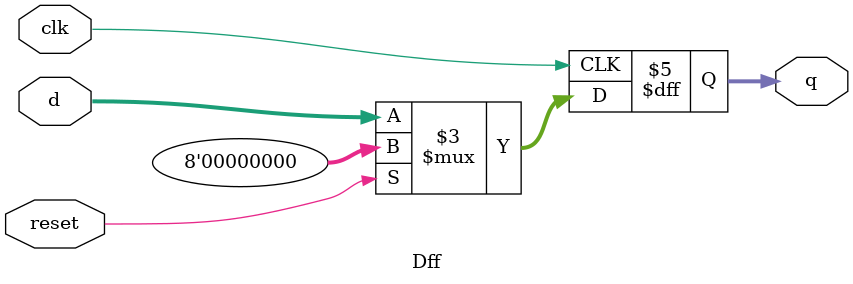
<source format=v>
module Dff(
    input clk,
    input reset,
    input [7:0] d,
    output reg [7:0] q
);

	always @ (posedge clk) begin
		if(reset) q = 8'b0;
		else q = d;
	end

endmodule
</source>
